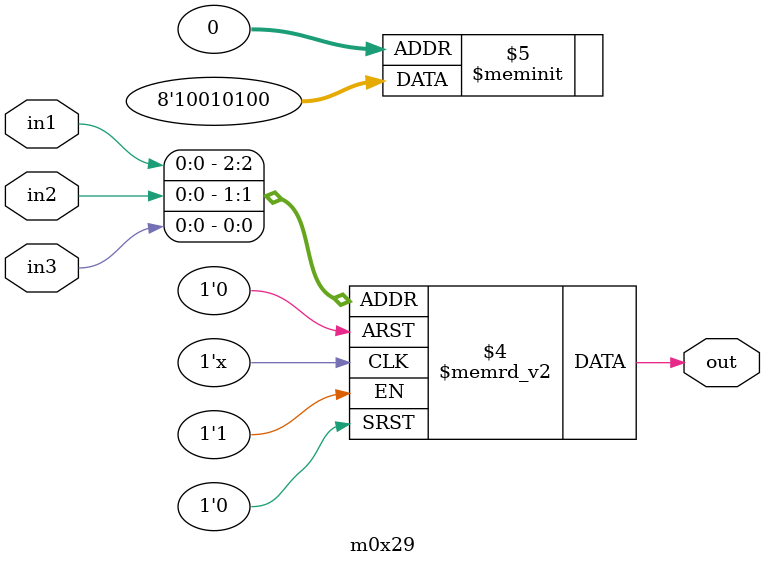
<source format=v>
module m0x29(output out, input in1, in2, in3);

   always @(in1, in2, in3)
     begin
        case({in1, in2, in3})
          3'b000: {out} = 1'b0;
          3'b001: {out} = 1'b0;
          3'b010: {out} = 1'b1;
          3'b011: {out} = 1'b0;
          3'b100: {out} = 1'b1;
          3'b101: {out} = 1'b0;
          3'b110: {out} = 1'b0;
          3'b111: {out} = 1'b1;
        endcase // case ({in1, in2, in3})
     end // always @ (in1, in2, in3)

endmodule // m0x29
</source>
